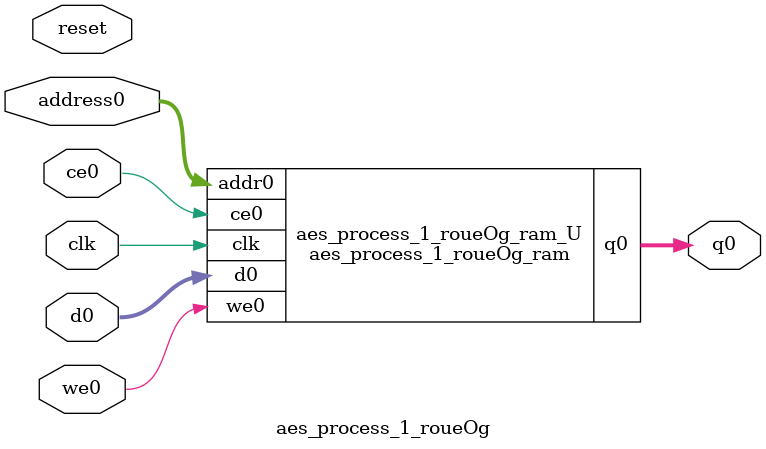
<source format=v>
`timescale 1 ns / 1 ps
module aes_process_1_roueOg_ram (addr0, ce0, d0, we0, q0,  clk);

parameter DWIDTH = 16;
parameter AWIDTH = 4;
parameter MEM_SIZE = 16;

input[AWIDTH-1:0] addr0;
input ce0;
input[DWIDTH-1:0] d0;
input we0;
output reg[DWIDTH-1:0] q0;
input clk;

(* ram_style = "distributed" *)reg [DWIDTH-1:0] ram[0:MEM_SIZE-1];




always @(posedge clk)  
begin 
    if (ce0) 
    begin
        if (we0) 
        begin 
            ram[addr0] <= d0; 
        end 
        q0 <= ram[addr0];
    end
end


endmodule

`timescale 1 ns / 1 ps
module aes_process_1_roueOg(
    reset,
    clk,
    address0,
    ce0,
    we0,
    d0,
    q0);

parameter DataWidth = 32'd16;
parameter AddressRange = 32'd16;
parameter AddressWidth = 32'd4;
input reset;
input clk;
input[AddressWidth - 1:0] address0;
input ce0;
input we0;
input[DataWidth - 1:0] d0;
output[DataWidth - 1:0] q0;



aes_process_1_roueOg_ram aes_process_1_roueOg_ram_U(
    .clk( clk ),
    .addr0( address0 ),
    .ce0( ce0 ),
    .we0( we0 ),
    .d0( d0 ),
    .q0( q0 ));

endmodule


</source>
